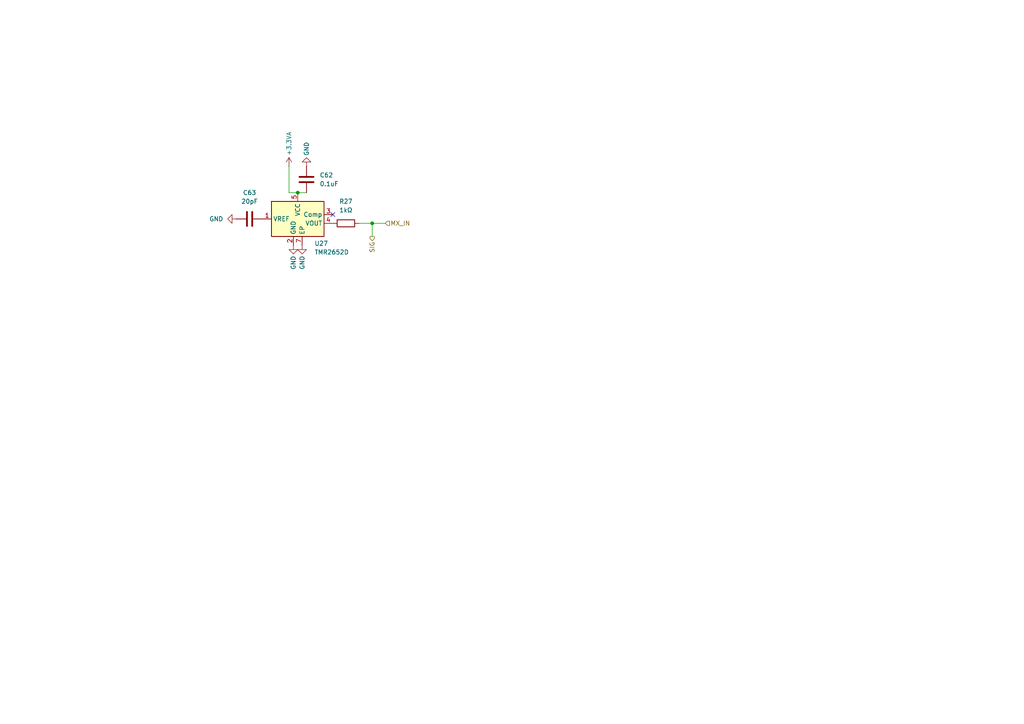
<source format=kicad_sch>
(kicad_sch (version 20250114) (generator "eeschema") (generator_version "9.0")
  (paper "A4")
  (lib_symbols
    (symbol "Device:C" (pin_numbers (hide yes)) (pin_names (offset 0.254))
      (property "Reference" "C" (at 0.635 2.54 0))
      (property "Value" "C" (at 0.635 -2.54 0))
      (symbol "C_0_1"
        (polyline (pts (xy -2.032 0.762) (xy 2.032 0.762)) (stroke (width 0.508)))
        (polyline (pts (xy -2.032 -0.762) (xy 2.032 -0.762)) (stroke (width 0.508)))
      )
      (symbol "C_1_1"
        (pin passive line (at 0 3.81 270) (length 2.794) (name "~") (number "1"))
        (pin passive line (at 0 -3.81 90) (length 2.794) (name "~") (number "2"))
      )
    )
    (symbol "Device:R" (pin_numbers (hide yes)) (pin_names (offset 0))
      (property "Reference" "R" (at 2.032 0 90))
      (property "Value" "R" (at 0 0 90))
      (symbol "R_0_1"
        (rectangle (start -1.016 -2.54) (end 1.016 2.54) (stroke (width 0.254)))
      )
      (symbol "R_1_1"
        (pin passive line (at 0 3.81 270) (length 1.27) (name "~") (number "1"))
        (pin passive line (at 0 -3.81 90) (length 1.27) (name "~") (number "2"))
      )
    )
    (symbol "power:+3.3V" (power) (pin_numbers (hide yes)) (pin_names (offset 0) (hide yes))
      (property "Value" "+3.3V" (at 0 3.556 0))
      (symbol "+3.3V_0_1"
        (polyline (pts (xy -0.762 1.27) (xy 0 2.54)))
        (polyline (pts (xy 0 2.54) (xy 0.762 1.27)))
        (polyline (pts (xy 0 0) (xy 0 2.54)))
      )
      (symbol "+3.3V_1_1"
        (pin power_in line (at 0 0 90) (length 0) (name "~") (number "1"))
      )
    )
    (symbol "power:GND" (power) (pin_numbers (hide yes)) (pin_names (offset 0) (hide yes))
      (property "Value" "GND" (at 0 -3.81 0))
      (symbol "GND_0_1"
        (polyline (pts (xy 0 0) (xy 0 -1.27) (xy 1.27 -1.27) (xy 0 -2.54) (xy -1.27 -1.27) (xy 0 -1.27)))
      )
      (symbol "GND_1_1"
        (pin power_in line (at 0 0 270) (length 0) (name "~") (number "1"))
      )
    )
    (symbol "prometheus-65-symbols:TMR2652D"
      (property "Reference" "U" (at 6.858 -6.604 0))
      (property "Value" "TMR2652D" (at 11.176 -8.636 0))
      (symbol "TMR2652D_0_0"
        (rectangle (start -7.62 5.08) (end 7.62 -5.08) (stroke (width 0.254)) (fill (type background)))
      )
      (symbol "TMR2652D_1_1"
        (pin passive line (at -10.16 0 0) (length 2.54) (name "VREF") (number "1"))
        (pin no_connect line (at -10.16 -2.54 0) (length 2.54) (hide yes) (name "NC") (number "6"))
        (pin power_in line (at -1.27 -7.62 90) (length 2.54) (name "GND") (number "2"))
        (pin power_in line (at 0 7.62 270) (length 2.54) (name "VCC") (number "5"))
        (pin power_in line (at 1.27 -7.62 90) (length 2.54) (name "EP") (number "7"))
        (pin passive line (at 10.16 1.27 180) (length 2.54) (name "Comp") (number "3"))
        (pin output line (at 10.16 -1.27 180) (length 2.54) (name "VOUT") (number "4"))
      )
    )
  )
  (junction (at 86.36 55.88))
  (junction (at 107.95 64.77))
  (no_connect (at 96.52 62.23))
  (wire (pts (xy 104.14 64.77) (xy 107.95 64.77)))
  (wire (pts (xy 88.9 55.88) (xy 86.36 55.88)))
  (wire (pts (xy 107.95 64.77) (xy 111.76 64.77)))
  (wire (pts (xy 83.82 48.26) (xy 83.82 55.88)))
  (wire (pts (xy 107.95 68.58) (xy 107.95 64.77)))
  (wire (pts (xy 83.82 55.88) (xy 86.36 55.88)))
  (hierarchical_label "SIG" (shape output) (at 107.95 68.58 270))
  (hierarchical_label "MX_IN" (shape input) (at 111.76 64.77 0))
  (symbol (lib_id "Device:C") (at 72.39 63.5 90) (unit 1)
    (property "Reference" "C21" (at 72.39 55.88 90))
    (property "Value" "20pF" (at 72.39 58.42 90))
    (property "Footprint" "Capacitor_SMD:C_0402_1005Metric" (effects (hide yes)))
    (property "Description" "Unpolarized capacitor" (effects (hide yes)))
    (instances (project "prometheus-65" (path "" (reference "C63") (unit 1)) (path "" (reference "C139") (unit 1)) (path "" (reference "C95") (unit 1)) (path "" (reference "C117") (unit 1)) (path "" (reference "C97") (unit 1)) (path "" (reference "C45") (unit 1)) (path "" (reference "C141") (unit 1)) (path "" (reference "C83") (unit 1)) (path "" (reference "C21") (unit 1)) (path "" (reference "C119") (unit 1)) (path "" (reference "C145") (unit 1)) (path "" (reference "C143") (unit 1)) (path "" (reference "C51") (unit 1)) (path "" (reference "C131") (unit 1)) (path "" (reference "C37") (unit 1)) (path "" (reference "C47") (unit 1)) (path "" (reference "C67") (unit 1)) (path "" (reference "C137") (unit 1)) (path "" (reference "C89") (unit 1)) (path "" (reference "C71") (unit 1)) (path "" (reference "C29") (unit 1)) (path "" (reference "C69") (unit 1)) (path "" (reference "C81") (unit 1)) (path "" (reference "C127") (unit 1)) (path "" (reference "C77") (unit 1)) (path "" (reference "C49") (unit 1)) (path "" (reference "C33") (unit 1)) (path "" (reference "C23") (unit 1)) (path "" (reference "C93") (unit 1)) (path "" (reference "C53") (unit 1)) (path "" (reference "C27") (unit 1)) (path "" (reference "C43") (unit 1)) (path "" (reference "C91") (unit 1)) (path "" (reference "C123") (unit 1)) (path "" (reference "C111") (unit 1)) (path "" (reference "C121") (unit 1)) (path "" (reference "C25") (unit 1)) (path "" (reference "C41") (unit 1)) (path "" (reference "C61") (unit 1)) (path "" (reference "C125") (unit 1)) (path "" (reference "C133") (unit 1)) (path "" (reference "C39") (unit 1)) (path "" (reference "C113") (unit 1)) (path "" (reference "C129") (unit 1)) (path "" (reference "C55") (unit 1)) (path "" (reference "C59") (unit 1)) (path "" (reference "C109") (unit 1)) (path "" (reference "C65") (unit 1)) (path "" (reference "C135") (unit 1)) (path "" (reference "C101") (unit 1)) (path "" (reference "C75") (unit 1)) (path "" (reference "C85") (unit 1)) (path "" (reference "C115") (unit 1)) (path "" (reference "C73") (unit 1)) (path "" (reference "C79") (unit 1)) (path "" (reference "C99") (unit 1)) (path "" (reference "C147") (unit 1)) (path "" (reference "C57") (unit 1)) (path "" (reference "C87") (unit 1)) (path "" (reference "C31") (unit 1)) (path "" (reference "C103") (unit 1)) (path "" (reference "C35") (unit 1)) (path "" (reference "C105") (unit 1)) (path "" (reference "C107") (unit 1))))
  )
  (symbol (lib_id "power:GND") (at 68.58 63.5 270) (unit 1)
    (property "Reference" "#PWR051" (effects (hide yes)))
    (property "Value" "GND" (at 64.77 63.4999 90) (effects (justify right)))
    (property "Description" "Power symbol creates a global label with name \"GND\" , ground" (effects (hide yes)))
    (instances (project "prometheus-65" (path "" (reference "#PWR0163") (unit 1)) (path "" (reference "#PWR0363") (unit 1)) (path "" (reference "#PWR0249") (unit 1)) (path "" (reference "#PWR0308") (unit 1)) (path "" (reference "#PWR0258") (unit 1)) (path "" (reference "#PWR0114") (unit 1)) (path "" (reference "#PWR0368") (unit 1)) (path "" (reference "#PWR0217") (unit 1)) (path "" (reference "#PWR051") (unit 1)) (path "" (reference "#PWR0313") (unit 1)) (path "" (reference "#PWR0378") (unit 1)) (path "" (reference "#PWR0373") (unit 1)) (path "" (reference "#PWR0129") (unit 1)) (path "" (reference "#PWR0343") (unit 1)) (path "" (reference "#PWR094") (unit 1)) (path "" (reference "#PWR0119") (unit 1)) (path "" (reference "#PWR0173") (unit 1)) (path "" (reference "#PWR0358") (unit 1)) (path "" (reference "#PWR0234") (unit 1)) (path "" (reference "#PWR0183") (unit 1)) (path "" (reference "#PWR074") (unit 1)) (path "" (reference "#PWR0178") (unit 1)) (path "" (reference "#PWR0212") (unit 1)) (path "" (reference "#PWR0333") (unit 1)) (path "" (reference "#PWR0198") (unit 1)) (path "" (reference "#PWR0124") (unit 1)) (path "" (reference "#PWR084") (unit 1)) (path "" (reference "#PWR059") (unit 1)) (path "" (reference "#PWR0244") (unit 1)) (path "" (reference "#PWR0134") (unit 1)) (path "" (reference "#PWR069") (unit 1)) (path "" (reference "#PWR0109") (unit 1)) (path "" (reference "#PWR0239") (unit 1)) (path "" (reference "#PWR0323") (unit 1)) (path "" (reference "#PWR0293") (unit 1)) (path "" (reference "#PWR0318") (unit 1)) (path "" (reference "#PWR064") (unit 1)) (path "" (reference "#PWR0104") (unit 1)) (path "" (reference "#PWR0158") (unit 1)) (path "" (reference "#PWR0328") (unit 1)) (path "" (reference "#PWR0348") (unit 1)) (path "" (reference "#PWR099") (unit 1)) (path "" (reference "#PWR0298") (unit 1)) (path "" (reference "#PWR0338") (unit 1)) (path "" (reference "#PWR0139") (unit 1)) (path "" (reference "#PWR0153") (unit 1)) (path "" (reference "#PWR0288") (unit 1)) (path "" (reference "#PWR0168") (unit 1)) (path "" (reference "#PWR0353") (unit 1)) (path "" (reference "#PWR0268") (unit 1)) (path "" (reference "#PWR0193") (unit 1)) (path "" (reference "#PWR0224") (unit 1)) (path "" (reference "#PWR0303") (unit 1)) (path "" (reference "#PWR0188") (unit 1)) (path "" (reference "#PWR0207") (unit 1)) (path "" (reference "#PWR0263") (unit 1)) (path "" (reference "#PWR0383") (unit 1)) (path "" (reference "#PWR0144") (unit 1)) (path "" (reference "#PWR0229") (unit 1)) (path "" (reference "#PWR079") (unit 1)) (path "" (reference "#PWR0273") (unit 1)) (path "" (reference "#PWR089") (unit 1)) (path "" (reference "#PWR0278") (unit 1)) (path "" (reference "#PWR0283") (unit 1))))
  )
  (symbol (lib_id "power:GND") (at 85.09 71.12 0) (unit 1)
    (property "Reference" "#PWR052" (effects (hide yes)))
    (property "Value" "GND" (at 85.09 76.2 90))
    (property "Description" "Power symbol creates a global label with name \"GND\" , ground" (effects (hide yes)))
    (instances (project "prometheus-65" (path "" (reference "#PWR0164") (unit 1)) (path "" (reference "#PWR0364") (unit 1)) (path "" (reference "#PWR0250") (unit 1)) (path "" (reference "#PWR0309") (unit 1)) (path "" (reference "#PWR0259") (unit 1)) (path "" (reference "#PWR0115") (unit 1)) (path "" (reference "#PWR0369") (unit 1)) (path "" (reference "#PWR0218") (unit 1)) (path "" (reference "#PWR052") (unit 1)) (path "" (reference "#PWR0314") (unit 1)) (path "" (reference "#PWR0379") (unit 1)) (path "" (reference "#PWR0374") (unit 1)) (path "" (reference "#PWR0130") (unit 1)) (path "" (reference "#PWR0344") (unit 1)) (path "" (reference "#PWR095") (unit 1)) (path "" (reference "#PWR0120") (unit 1)) (path "" (reference "#PWR0174") (unit 1)) (path "" (reference "#PWR0359") (unit 1)) (path "" (reference "#PWR0235") (unit 1)) (path "" (reference "#PWR0184") (unit 1)) (path "" (reference "#PWR075") (unit 1)) (path "" (reference "#PWR0179") (unit 1)) (path "" (reference "#PWR0213") (unit 1)) (path "" (reference "#PWR0334") (unit 1)) (path "" (reference "#PWR0199") (unit 1)) (path "" (reference "#PWR0125") (unit 1)) (path "" (reference "#PWR085") (unit 1)) (path "" (reference "#PWR060") (unit 1)) (path "" (reference "#PWR0245") (unit 1)) (path "" (reference "#PWR0135") (unit 1)) (path "" (reference "#PWR070") (unit 1)) (path "" (reference "#PWR0110") (unit 1)) (path "" (reference "#PWR0240") (unit 1)) (path "" (reference "#PWR0324") (unit 1)) (path "" (reference "#PWR0294") (unit 1)) (path "" (reference "#PWR0319") (unit 1)) (path "" (reference "#PWR065") (unit 1)) (path "" (reference "#PWR0105") (unit 1)) (path "" (reference "#PWR0159") (unit 1)) (path "" (reference "#PWR0329") (unit 1)) (path "" (reference "#PWR0349") (unit 1)) (path "" (reference "#PWR0100") (unit 1)) (path "" (reference "#PWR0299") (unit 1)) (path "" (reference "#PWR0339") (unit 1)) (path "" (reference "#PWR0140") (unit 1)) (path "" (reference "#PWR0154") (unit 1)) (path "" (reference "#PWR0289") (unit 1)) (path "" (reference "#PWR0169") (unit 1)) (path "" (reference "#PWR0354") (unit 1)) (path "" (reference "#PWR0269") (unit 1)) (path "" (reference "#PWR0194") (unit 1)) (path "" (reference "#PWR0225") (unit 1)) (path "" (reference "#PWR0304") (unit 1)) (path "" (reference "#PWR0189") (unit 1)) (path "" (reference "#PWR0208") (unit 1)) (path "" (reference "#PWR0264") (unit 1)) (path "" (reference "#PWR0384") (unit 1)) (path "" (reference "#PWR0145") (unit 1)) (path "" (reference "#PWR0230") (unit 1)) (path "" (reference "#PWR080") (unit 1)) (path "" (reference "#PWR0274") (unit 1)) (path "" (reference "#PWR090") (unit 1)) (path "" (reference "#PWR0279") (unit 1)) (path "" (reference "#PWR0284") (unit 1))))
  )
  (symbol (lib_id "power:+3.3V") (at 83.82 48.26 0) (unit 1)
    (property "Reference" "#PWR048" (effects (hide yes)))
    (property "Value" "+3.3VA" (at 83.82 41.656 90))
    (property "Description" "Power symbol creates a global label with name \"+3.3V\"" (effects (hide yes)))
    (instances (project "prometheus-65" (path "" (reference "#PWR0161") (unit 1)) (path "" (reference "#PWR0361") (unit 1)) (path "" (reference "#PWR0247") (unit 1)) (path "" (reference "#PWR0306") (unit 1)) (path "" (reference "#PWR0256") (unit 1)) (path "" (reference "#PWR0112") (unit 1)) (path "" (reference "#PWR0366") (unit 1)) (path "" (reference "#PWR0215") (unit 1)) (path "" (reference "#PWR048") (unit 1)) (path "" (reference "#PWR0311") (unit 1)) (path "" (reference "#PWR0376") (unit 1)) (path "" (reference "#PWR0371") (unit 1)) (path "" (reference "#PWR0127") (unit 1)) (path "" (reference "#PWR0341") (unit 1)) (path "" (reference "#PWR092") (unit 1)) (path "" (reference "#PWR0117") (unit 1)) (path "" (reference "#PWR0171") (unit 1)) (path "" (reference "#PWR0356") (unit 1)) (path "" (reference "#PWR0232") (unit 1)) (path "" (reference "#PWR0181") (unit 1)) (path "" (reference "#PWR072") (unit 1)) (path "" (reference "#PWR0176") (unit 1)) (path "" (reference "#PWR0210") (unit 1)) (path "" (reference "#PWR0331") (unit 1)) (path "" (reference "#PWR0196") (unit 1)) (path "" (reference "#PWR0122") (unit 1)) (path "" (reference "#PWR082") (unit 1)) (path "" (reference "#PWR050") (unit 1)) (path "" (reference "#PWR0242") (unit 1)) (path "" (reference "#PWR0132") (unit 1)) (path "" (reference "#PWR067") (unit 1)) (path "" (reference "#PWR0107") (unit 1)) (path "" (reference "#PWR0237") (unit 1)) (path "" (reference "#PWR0321") (unit 1)) (path "" (reference "#PWR0291") (unit 1)) (path "" (reference "#PWR0316") (unit 1)) (path "" (reference "#PWR062") (unit 1)) (path "" (reference "#PWR0102") (unit 1)) (path "" (reference "#PWR0156") (unit 1)) (path "" (reference "#PWR0326") (unit 1)) (path "" (reference "#PWR0346") (unit 1)) (path "" (reference "#PWR097") (unit 1)) (path "" (reference "#PWR0296") (unit 1)) (path "" (reference "#PWR0336") (unit 1)) (path "" (reference "#PWR0137") (unit 1)) (path "" (reference "#PWR0147") (unit 1)) (path "" (reference "#PWR0286") (unit 1)) (path "" (reference "#PWR0166") (unit 1)) (path "" (reference "#PWR0351") (unit 1)) (path "" (reference "#PWR0266") (unit 1)) (path "" (reference "#PWR0191") (unit 1)) (path "" (reference "#PWR0222") (unit 1)) (path "" (reference "#PWR0301") (unit 1)) (path "" (reference "#PWR0186") (unit 1)) (path "" (reference "#PWR0205") (unit 1)) (path "" (reference "#PWR0261") (unit 1)) (path "" (reference "#PWR0381") (unit 1)) (path "" (reference "#PWR0142") (unit 1)) (path "" (reference "#PWR0227") (unit 1)) (path "" (reference "#PWR077") (unit 1)) (path "" (reference "#PWR0271") (unit 1)) (path "" (reference "#PWR087") (unit 1)) (path "" (reference "#PWR0276") (unit 1)) (path "" (reference "#PWR0281") (unit 1))))
  )
  (symbol (lib_id "Device:R") (at 100.33 64.77 90) (unit 1)
    (property "Reference" "R6" (at 100.33 58.42 90))
    (property "Value" "1kΩ" (at 100.33 60.96 90))
    (property "Footprint" "Resistor_SMD:R_0402_1005Metric" (effects (hide yes)))
    (property "Description" "Resistor" (effects (hide yes)))
    (instances (project "prometheus-65" (path "" (reference "R27") (unit 1)) (path "" (reference "R65") (unit 1)) (path "" (reference "R43") (unit 1)) (path "" (reference "R54") (unit 1)) (path "" (reference "R44") (unit 1)) (path "" (reference "R18") (unit 1)) (path "" (reference "R66") (unit 1)) (path "" (reference "R37") (unit 1)) (path "" (reference "R6") (unit 1)) (path "" (reference "R55") (unit 1)) (path "" (reference "R68") (unit 1)) (path "" (reference "R67") (unit 1)) (path "" (reference "R21") (unit 1)) (path "" (reference "R61") (unit 1)) (path "" (reference "R14") (unit 1)) (path "" (reference "R19") (unit 1)) (path "" (reference "R29") (unit 1)) (path "" (reference "R64") (unit 1)) (path "" (reference "R40") (unit 1)) (path "" (reference "R31") (unit 1)) (path "" (reference "R10") (unit 1)) (path "" (reference "R30") (unit 1)) (path "" (reference "R36") (unit 1)) (path "" (reference "R59") (unit 1)) (path "" (reference "R34") (unit 1)) (path "" (reference "R20") (unit 1)) (path "" (reference "R12") (unit 1)) (path "" (reference "R7") (unit 1)) (path "" (reference "R42") (unit 1)) (path "" (reference "R22") (unit 1)) (path "" (reference "R9") (unit 1)) (path "" (reference "R17") (unit 1)) (path "" (reference "R41") (unit 1)) (path "" (reference "R57") (unit 1)) (path "" (reference "R51") (unit 1)) (path "" (reference "R56") (unit 1)) (path "" (reference "R8") (unit 1)) (path "" (reference "R16") (unit 1)) (path "" (reference "R26") (unit 1)) (path "" (reference "R58") (unit 1)) (path "" (reference "R62") (unit 1)) (path "" (reference "R15") (unit 1)) (path "" (reference "R52") (unit 1)) (path "" (reference "R60") (unit 1)) (path "" (reference "R23") (unit 1)) (path "" (reference "R25") (unit 1)) (path "" (reference "R50") (unit 1)) (path "" (reference "R28") (unit 1)) (path "" (reference "R63") (unit 1)) (path "" (reference "R46") (unit 1)) (path "" (reference "R33") (unit 1)) (path "" (reference "R38") (unit 1)) (path "" (reference "R53") (unit 1)) (path "" (reference "R32") (unit 1)) (path "" (reference "R35") (unit 1)) (path "" (reference "R45") (unit 1)) (path "" (reference "R69") (unit 1)) (path "" (reference "R24") (unit 1)) (path "" (reference "R39") (unit 1)) (path "" (reference "R11") (unit 1)) (path "" (reference "R47") (unit 1)) (path "" (reference "R13") (unit 1)) (path "" (reference "R48") (unit 1)) (path "" (reference "R49") (unit 1))))
  )
  (symbol (lib_id "power:GND") (at 87.63 71.12 0) (unit 1)
    (property "Reference" "#PWR053" (effects (hide yes)))
    (property "Value" "GND" (at 87.63 76.2 90))
    (property "Description" "Power symbol creates a global label with name \"GND\" , ground" (effects (hide yes)))
    (instances (project "prometheus-65" (path "" (reference "#PWR0165") (unit 1)) (path "" (reference "#PWR0365") (unit 1)) (path "" (reference "#PWR0251") (unit 1)) (path "" (reference "#PWR0310") (unit 1)) (path "" (reference "#PWR0260") (unit 1)) (path "" (reference "#PWR0116") (unit 1)) (path "" (reference "#PWR0370") (unit 1)) (path "" (reference "#PWR0219") (unit 1)) (path "" (reference "#PWR053") (unit 1)) (path "" (reference "#PWR0315") (unit 1)) (path "" (reference "#PWR0380") (unit 1)) (path "" (reference "#PWR0375") (unit 1)) (path "" (reference "#PWR0131") (unit 1)) (path "" (reference "#PWR0345") (unit 1)) (path "" (reference "#PWR096") (unit 1)) (path "" (reference "#PWR0121") (unit 1)) (path "" (reference "#PWR0175") (unit 1)) (path "" (reference "#PWR0360") (unit 1)) (path "" (reference "#PWR0236") (unit 1)) (path "" (reference "#PWR0185") (unit 1)) (path "" (reference "#PWR076") (unit 1)) (path "" (reference "#PWR0180") (unit 1)) (path "" (reference "#PWR0214") (unit 1)) (path "" (reference "#PWR0335") (unit 1)) (path "" (reference "#PWR0204") (unit 1)) (path "" (reference "#PWR0126") (unit 1)) (path "" (reference "#PWR086") (unit 1)) (path "" (reference "#PWR061") (unit 1)) (path "" (reference "#PWR0246") (unit 1)) (path "" (reference "#PWR0136") (unit 1)) (path "" (reference "#PWR071") (unit 1)) (path "" (reference "#PWR0111") (unit 1)) (path "" (reference "#PWR0241") (unit 1)) (path "" (reference "#PWR0325") (unit 1)) (path "" (reference "#PWR0295") (unit 1)) (path "" (reference "#PWR0320") (unit 1)) (path "" (reference "#PWR066") (unit 1)) (path "" (reference "#PWR0106") (unit 1)) (path "" (reference "#PWR0160") (unit 1)) (path "" (reference "#PWR0330") (unit 1)) (path "" (reference "#PWR0350") (unit 1)) (path "" (reference "#PWR0101") (unit 1)) (path "" (reference "#PWR0300") (unit 1)) (path "" (reference "#PWR0340") (unit 1)) (path "" (reference "#PWR0141") (unit 1)) (path "" (reference "#PWR0155") (unit 1)) (path "" (reference "#PWR0290") (unit 1)) (path "" (reference "#PWR0170") (unit 1)) (path "" (reference "#PWR0355") (unit 1)) (path "" (reference "#PWR0270") (unit 1)) (path "" (reference "#PWR0195") (unit 1)) (path "" (reference "#PWR0226") (unit 1)) (path "" (reference "#PWR0305") (unit 1)) (path "" (reference "#PWR0190") (unit 1)) (path "" (reference "#PWR0209") (unit 1)) (path "" (reference "#PWR0265") (unit 1)) (path "" (reference "#PWR0385") (unit 1)) (path "" (reference "#PWR0146") (unit 1)) (path "" (reference "#PWR0231") (unit 1)) (path "" (reference "#PWR081") (unit 1)) (path "" (reference "#PWR0275") (unit 1)) (path "" (reference "#PWR091") (unit 1)) (path "" (reference "#PWR0280") (unit 1)) (path "" (reference "#PWR0285") (unit 1))))
  )
  (symbol (lib_id "prometheus-65-symbols:TMR2652D") (at 86.36 63.5 0) (unit 1)
    (property "Reference" "U4" (at 91.186 70.612 0) (effects (justify left)))
    (property "Value" "TMR2652D" (at 91.186 73.152 0) (effects (justify left)))
    (property "Footprint" "prometheus-65-footprints:TMR2652D" (effects (hide yes)))
    (property "Datasheet" "kicad-embed://TMR265x.pdf" (effects (hide yes)))
    (instances (project "prometheus-65" (path "" (reference "U27") (unit 1)) (path "" (reference "U67") (unit 1)) (path "" (reference "U45") (unit 1)) (path "" (reference "U56") (unit 1)) (path "" (reference "U46") (unit 1)) (path "" (reference "U17") (unit 1)) (path "" (reference "U68") (unit 1)) (path "" (reference "U38") (unit 1)) (path "" (reference "U4") (unit 1)) (path "" (reference "U57") (unit 1)) (path "" (reference "U70") (unit 1)) (path "" (reference "U69") (unit 1)) (path "" (reference "U20") (unit 1)) (path "" (reference "U63") (unit 1)) (path "" (reference "U13") (unit 1)) (path "" (reference "U18") (unit 1)) (path "" (reference "U29") (unit 1)) (path "" (reference "U66") (unit 1)) (path "" (reference "U42") (unit 1)) (path "" (reference "U32") (unit 1)) (path "" (reference "U9") (unit 1)) (path "" (reference "U31") (unit 1)) (path "" (reference "U37") (unit 1)) (path "" (reference "U61") (unit 1)) (path "" (reference "U35") (unit 1)) (path "" (reference "U19") (unit 1)) (path "" (reference "U11") (unit 1)) (path "" (reference "U6") (unit 1)) (path "" (reference "U44") (unit 1)) (path "" (reference "U22") (unit 1)) (path "" (reference "U8") (unit 1)) (path "" (reference "U16") (unit 1)) (path "" (reference "U43") (unit 1)) (path "" (reference "U59") (unit 1)) (path "" (reference "U53") (unit 1)) (path "" (reference "U58") (unit 1)) (path "" (reference "U7") (unit 1)) (path "" (reference "U15") (unit 1)) (path "" (reference "U26") (unit 1)) (path "" (reference "U60") (unit 1)) (path "" (reference "U64") (unit 1)) (path "" (reference "U14") (unit 1)) (path "" (reference "U54") (unit 1)) (path "" (reference "U62") (unit 1)) (path "" (reference "U23") (unit 1)) (path "" (reference "U25") (unit 1)) (path "" (reference "U52") (unit 1)) (path "" (reference "U28") (unit 1)) (path "" (reference "U65") (unit 1)) (path "" (reference "U48") (unit 1)) (path "" (reference "U34") (unit 1)) (path "" (reference "U40") (unit 1)) (path "" (reference "U55") (unit 1)) (path "" (reference "U33") (unit 1)) (path "" (reference "U36") (unit 1)) (path "" (reference "U47") (unit 1)) (path "" (reference "U71") (unit 1)) (path "" (reference "U24") (unit 1)) (path "" (reference "U41") (unit 1)) (path "" (reference "U10") (unit 1)) (path "" (reference "U49") (unit 1)) (path "" (reference "U12") (unit 1)) (path "" (reference "U50") (unit 1)) (path "" (reference "U51") (unit 1))))
  )
  (symbol (lib_id "power:GND") (at 88.9 48.26 180) (unit 1)
    (property "Reference" "#PWR049" (effects (hide yes)))
    (property "Value" "GND" (at 88.9 43.18 90))
    (property "Description" "Power symbol creates a global label with name \"GND\" , ground" (effects (hide yes)))
    (instances (project "prometheus-65" (path "" (reference "#PWR0162") (unit 1)) (path "" (reference "#PWR0362") (unit 1)) (path "" (reference "#PWR0248") (unit 1)) (path "" (reference "#PWR0307") (unit 1)) (path "" (reference "#PWR0257") (unit 1)) (path "" (reference "#PWR0113") (unit 1)) (path "" (reference "#PWR0367") (unit 1)) (path "" (reference "#PWR0216") (unit 1)) (path "" (reference "#PWR049") (unit 1)) (path "" (reference "#PWR0312") (unit 1)) (path "" (reference "#PWR0377") (unit 1)) (path "" (reference "#PWR0372") (unit 1)) (path "" (reference "#PWR0128") (unit 1)) (path "" (reference "#PWR0342") (unit 1)) (path "" (reference "#PWR093") (unit 1)) (path "" (reference "#PWR0118") (unit 1)) (path "" (reference "#PWR0172") (unit 1)) (path "" (reference "#PWR0357") (unit 1)) (path "" (reference "#PWR0233") (unit 1)) (path "" (reference "#PWR0182") (unit 1)) (path "" (reference "#PWR073") (unit 1)) (path "" (reference "#PWR0177") (unit 1)) (path "" (reference "#PWR0211") (unit 1)) (path "" (reference "#PWR0332") (unit 1)) (path "" (reference "#PWR0197") (unit 1)) (path "" (reference "#PWR0123") (unit 1)) (path "" (reference "#PWR083") (unit 1)) (path "" (reference "#PWR058") (unit 1)) (path "" (reference "#PWR0243") (unit 1)) (path "" (reference "#PWR0133") (unit 1)) (path "" (reference "#PWR068") (unit 1)) (path "" (reference "#PWR0108") (unit 1)) (path "" (reference "#PWR0238") (unit 1)) (path "" (reference "#PWR0322") (unit 1)) (path "" (reference "#PWR0292") (unit 1)) (path "" (reference "#PWR0317") (unit 1)) (path "" (reference "#PWR063") (unit 1)) (path "" (reference "#PWR0103") (unit 1)) (path "" (reference "#PWR0157") (unit 1)) (path "" (reference "#PWR0327") (unit 1)) (path "" (reference "#PWR0347") (unit 1)) (path "" (reference "#PWR098") (unit 1)) (path "" (reference "#PWR0297") (unit 1)) (path "" (reference "#PWR0337") (unit 1)) (path "" (reference "#PWR0138") (unit 1)) (path "" (reference "#PWR0152") (unit 1)) (path "" (reference "#PWR0287") (unit 1)) (path "" (reference "#PWR0167") (unit 1)) (path "" (reference "#PWR0352") (unit 1)) (path "" (reference "#PWR0267") (unit 1)) (path "" (reference "#PWR0192") (unit 1)) (path "" (reference "#PWR0223") (unit 1)) (path "" (reference "#PWR0302") (unit 1)) (path "" (reference "#PWR0187") (unit 1)) (path "" (reference "#PWR0206") (unit 1)) (path "" (reference "#PWR0262") (unit 1)) (path "" (reference "#PWR0382") (unit 1)) (path "" (reference "#PWR0143") (unit 1)) (path "" (reference "#PWR0228") (unit 1)) (path "" (reference "#PWR078") (unit 1)) (path "" (reference "#PWR0272") (unit 1)) (path "" (reference "#PWR088") (unit 1)) (path "" (reference "#PWR0277") (unit 1)) (path "" (reference "#PWR0282") (unit 1))))
  )
  (symbol (lib_id "Device:C") (at 88.9 52.07 0) (unit 1)
    (property "Reference" "C20" (at 92.71 50.7999 0) (effects (justify left)))
    (property "Value" "0.1uF" (at 92.71 53.3399 0) (effects (justify left)))
    (property "Footprint" "Capacitor_SMD:C_0402_1005Metric" (effects (hide yes)))
    (property "Description" "Unpolarized capacitor" (effects (hide yes)))
    (instances (project "prometheus-65" (path "" (reference "C62") (unit 1)) (path "" (reference "C138") (unit 1)) (path "" (reference "C94") (unit 1)) (path "" (reference "C116") (unit 1)) (path "" (reference "C96") (unit 1)) (path "" (reference "C44") (unit 1)) (path "" (reference "C140") (unit 1)) (path "" (reference "C82") (unit 1)) (path "" (reference "C20") (unit 1)) (path "" (reference "C118") (unit 1)) (path "" (reference "C144") (unit 1)) (path "" (reference "C142") (unit 1)) (path "" (reference "C50") (unit 1)) (path "" (reference "C130") (unit 1)) (path "" (reference "C36") (unit 1)) (path "" (reference "C46") (unit 1)) (path "" (reference "C66") (unit 1)) (path "" (reference "C136") (unit 1)) (path "" (reference "C88") (unit 1)) (path "" (reference "C70") (unit 1)) (path "" (reference "C28") (unit 1)) (path "" (reference "C68") (unit 1)) (path "" (reference "C80") (unit 1)) (path "" (reference "C126") (unit 1)) (path "" (reference "C76") (unit 1)) (path "" (reference "C48") (unit 1)) (path "" (reference "C32") (unit 1)) (path "" (reference "C22") (unit 1)) (path "" (reference "C92") (unit 1)) (path "" (reference "C52") (unit 1)) (path "" (reference "C26") (unit 1)) (path "" (reference "C42") (unit 1)) (path "" (reference "C90") (unit 1)) (path "" (reference "C122") (unit 1)) (path "" (reference "C110") (unit 1)) (path "" (reference "C120") (unit 1)) (path "" (reference "C24") (unit 1)) (path "" (reference "C40") (unit 1)) (path "" (reference "C60") (unit 1)) (path "" (reference "C124") (unit 1)) (path "" (reference "C132") (unit 1)) (path "" (reference "C38") (unit 1)) (path "" (reference "C112") (unit 1)) (path "" (reference "C128") (unit 1)) (path "" (reference "C54") (unit 1)) (path "" (reference "C58") (unit 1)) (path "" (reference "C108") (unit 1)) (path "" (reference "C64") (unit 1)) (path "" (reference "C134") (unit 1)) (path "" (reference "C100") (unit 1)) (path "" (reference "C74") (unit 1)) (path "" (reference "C84") (unit 1)) (path "" (reference "C114") (unit 1)) (path "" (reference "C72") (unit 1)) (path "" (reference "C78") (unit 1)) (path "" (reference "C98") (unit 1)) (path "" (reference "C146") (unit 1)) (path "" (reference "C56") (unit 1)) (path "" (reference "C86") (unit 1)) (path "" (reference "C30") (unit 1)) (path "" (reference "C102") (unit 1)) (path "" (reference "C34") (unit 1)) (path "" (reference "C104") (unit 1)) (path "" (reference "C106") (unit 1))))
  )
)
</source>
